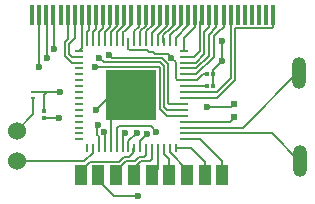
<source format=gbr>
G04 #@! TF.FileFunction,Copper,L1,Top,Signal*
%FSLAX46Y46*%
G04 Gerber Fmt 4.6, Leading zero omitted, Abs format (unit mm)*
G04 Created by KiCad (PCBNEW 4.0.5+dfsg1-4) date Sun Sep  3 17:00:26 2017*
%MOMM*%
%LPD*%
G01*
G04 APERTURE LIST*
%ADD10C,0.100000*%
%ADD11O,0.800000X0.250000*%
%ADD12O,0.250000X0.800000*%
%ADD13R,4.250000X4.250000*%
%ADD14R,0.985000X1.750000*%
%ADD15R,0.310000X1.750000*%
%ADD16R,0.300000X0.350000*%
%ADD17R,0.350000X0.300000*%
%ADD18R,0.430000X0.280000*%
%ADD19O,1.200000X2.700000*%
%ADD20C,1.524000*%
%ADD21R,0.500000X0.600000*%
%ADD22C,0.600000*%
%ADD23C,0.177800*%
G04 APERTURE END LIST*
D10*
D11*
X112075000Y-80750000D03*
X112075000Y-80250000D03*
X112075000Y-79750000D03*
X112075000Y-79250000D03*
X112075000Y-78750000D03*
X112075000Y-78250000D03*
X112075000Y-77750000D03*
X112075000Y-77250000D03*
X112075000Y-76750000D03*
X112075000Y-76250000D03*
X112075000Y-75750000D03*
X112075000Y-75250000D03*
X112075000Y-74750000D03*
X112075000Y-74250000D03*
X112075000Y-73750000D03*
X112075000Y-73250000D03*
D12*
X111350000Y-72525000D03*
X110850000Y-72525000D03*
X110350000Y-72525000D03*
X109850000Y-72525000D03*
X109350000Y-72525000D03*
X108850000Y-72525000D03*
X108350000Y-72525000D03*
X107850000Y-72525000D03*
X107350000Y-72525000D03*
X106850000Y-72525000D03*
X106350000Y-72525000D03*
X105850000Y-72525000D03*
X105350000Y-72525000D03*
X104850000Y-72525000D03*
X104350000Y-72525000D03*
X103850000Y-72525000D03*
D11*
X103125000Y-73250000D03*
X103125000Y-73750000D03*
X103125000Y-74250000D03*
X103125000Y-74750000D03*
X103125000Y-75250000D03*
X103125000Y-75750000D03*
X103125000Y-76250000D03*
X103125000Y-76750000D03*
X103125000Y-77250000D03*
X103125000Y-77750000D03*
X103125000Y-78250000D03*
X103125000Y-78750000D03*
X103125000Y-79250000D03*
X103125000Y-79750000D03*
X103125000Y-80250000D03*
X103125000Y-80750000D03*
D12*
X103850000Y-81475000D03*
X104350000Y-81475000D03*
X104850000Y-81475000D03*
X105350000Y-81475000D03*
X105850000Y-81475000D03*
X106350000Y-81475000D03*
X106850000Y-81475000D03*
X107350000Y-81475000D03*
X107850000Y-81475000D03*
X108350000Y-81475000D03*
X108850000Y-81475000D03*
X109350000Y-81475000D03*
X109850000Y-81475000D03*
X110350000Y-81475000D03*
X110850000Y-81475000D03*
X111350000Y-81475000D03*
D13*
X107600000Y-77000000D03*
D14*
X103300000Y-83800000D03*
X104800000Y-83800000D03*
X106300000Y-83800000D03*
X107800000Y-83800000D03*
X109300000Y-83800000D03*
X110800000Y-83800000D03*
X112300000Y-83800000D03*
X113800000Y-83800000D03*
X115300000Y-83800000D03*
D15*
X99200000Y-70200000D03*
X99800000Y-70200000D03*
X100400000Y-70200000D03*
X101000000Y-70200000D03*
X101600000Y-70200000D03*
X102200000Y-70200000D03*
X102800000Y-70200000D03*
X103400000Y-70200000D03*
X104000000Y-70200000D03*
X104600000Y-70200000D03*
X105200000Y-70200000D03*
X105800000Y-70200000D03*
X106400000Y-70200000D03*
X107000000Y-70200000D03*
X107600000Y-70200000D03*
X108200000Y-70200000D03*
X108800000Y-70200000D03*
X109400000Y-70200000D03*
X110000000Y-70200000D03*
X110600000Y-70200000D03*
X111200000Y-70200000D03*
X111800000Y-70200000D03*
X112400000Y-70200000D03*
X113000000Y-70200000D03*
X113600000Y-70200000D03*
X114200000Y-70200000D03*
X114800000Y-70200000D03*
X115400000Y-70200000D03*
X116000000Y-70200000D03*
X116600000Y-70200000D03*
X117200000Y-70200000D03*
X117800000Y-70200000D03*
X118400000Y-70200000D03*
X119000000Y-70200000D03*
X119600000Y-70200000D03*
D16*
X113973000Y-75224000D03*
X114533000Y-75224000D03*
D17*
X100156000Y-78347000D03*
X100156000Y-78907000D03*
D18*
X99292400Y-76716600D03*
X99292400Y-77236600D03*
D16*
X113973000Y-76240000D03*
X114533000Y-76240000D03*
D19*
X121900000Y-82600000D03*
X121800000Y-75100000D03*
D20*
X97870000Y-82590000D03*
X97870000Y-80050000D03*
D21*
X116285000Y-78822000D03*
X116285000Y-77722000D03*
D22*
X108157000Y-85511000D03*
X108943200Y-80304000D03*
X104601000Y-78272000D03*
X101426000Y-78907000D03*
X113999000Y-78018000D03*
X115269000Y-74135200D03*
X115269000Y-72430000D03*
X107600000Y-77000000D03*
X101553000Y-76748000D03*
X105283300Y-80100800D03*
X108030000Y-80214285D03*
X110957657Y-73820343D03*
X109695513Y-80106514D03*
X107072454Y-80214286D03*
X104753400Y-79516600D03*
X99775000Y-74589000D03*
X104474000Y-74589000D03*
X100410000Y-73827000D03*
X104855000Y-73827000D03*
X101045000Y-73065000D03*
X105739834Y-73641300D03*
D23*
X102200000Y-70200000D02*
X102200000Y-72296092D01*
X102200000Y-72296092D02*
X101959390Y-72536702D01*
X101959390Y-72536702D02*
X101959390Y-73665098D01*
X101959390Y-73665098D02*
X102544292Y-74250000D01*
X102544292Y-74250000D02*
X103125000Y-74250000D01*
X102315000Y-72684000D02*
X102315000Y-73517800D01*
X102315000Y-73517800D02*
X102547200Y-73750000D01*
X102547200Y-73750000D02*
X103125000Y-73750000D01*
X102800000Y-72199000D02*
X102315000Y-72684000D01*
X102800000Y-70200000D02*
X102800000Y-72199000D01*
X103400000Y-70200000D02*
X103400000Y-72975000D01*
X103400000Y-72975000D02*
X103125000Y-73250000D01*
X104000000Y-70200000D02*
X104000000Y-71507000D01*
X103850000Y-71657000D02*
X103850000Y-72525000D01*
X104000000Y-71507000D02*
X103850000Y-71657000D01*
X104600000Y-70200000D02*
X104600000Y-71415000D01*
X104350000Y-71665000D02*
X104350000Y-72525000D01*
X104600000Y-71415000D02*
X104350000Y-71665000D01*
X105200000Y-70200000D02*
X105200000Y-71317898D01*
X104850000Y-71667898D02*
X104850000Y-72525000D01*
X105200000Y-71317898D02*
X104850000Y-71667898D01*
X105800000Y-70200000D02*
X105800000Y-71220796D01*
X105350000Y-71670796D02*
X105350000Y-72525000D01*
X105800000Y-71220796D02*
X105350000Y-71670796D01*
X106400000Y-70200000D02*
X106400000Y-71123694D01*
X105850000Y-71673694D02*
X105850000Y-72525000D01*
X106400000Y-71123694D02*
X105850000Y-71673694D01*
X107000000Y-70200000D02*
X107000000Y-71026592D01*
X107000000Y-71026592D02*
X106350000Y-71676592D01*
X106350000Y-71676592D02*
X106350000Y-72525000D01*
X107600000Y-70200000D02*
X107600000Y-71082000D01*
X106850000Y-71679490D02*
X106850000Y-72525000D01*
X106937745Y-71591745D02*
X106850000Y-71679490D01*
X107090255Y-71591745D02*
X106937745Y-71591745D01*
X107600000Y-71082000D02*
X107090255Y-71591745D01*
X108200000Y-70200000D02*
X108200000Y-71244000D01*
X107850000Y-71594000D02*
X107850000Y-72525000D01*
X108200000Y-71244000D02*
X107850000Y-71594000D01*
X108800000Y-70200000D02*
X108800000Y-71152000D01*
X108350000Y-71602000D02*
X108350000Y-72525000D01*
X108800000Y-71152000D02*
X108350000Y-71602000D01*
X109400000Y-70200000D02*
X109400000Y-71060000D01*
X109400000Y-71060000D02*
X108850000Y-71610000D01*
X108850000Y-71610000D02*
X108850000Y-72525000D01*
X110000000Y-70200000D02*
X110000000Y-71095000D01*
X109350000Y-71745000D02*
X109350000Y-72525000D01*
X110000000Y-71095000D02*
X109350000Y-71745000D01*
X110600000Y-70200000D02*
X110600000Y-71130000D01*
X109808000Y-71922000D02*
X109808000Y-72483000D01*
X110600000Y-71130000D02*
X109808000Y-71922000D01*
X109808000Y-72483000D02*
X109850000Y-72525000D01*
X111200000Y-70200000D02*
X111200000Y-71032898D01*
X111200000Y-71032898D02*
X110951000Y-71281898D01*
X110951000Y-71281898D02*
X110313449Y-71919449D01*
X110313449Y-71919449D02*
X110313449Y-72488449D01*
X110313449Y-72488449D02*
X110350000Y-72525000D01*
X111800000Y-70200000D02*
X111800000Y-71073000D01*
X111800000Y-71073000D02*
X111400602Y-71472398D01*
X111400602Y-71472398D02*
X111273602Y-71472398D01*
X111273602Y-71472398D02*
X110850000Y-71896000D01*
X110850000Y-71896000D02*
X110850000Y-72525000D01*
X112400000Y-70200000D02*
X112400000Y-71108000D01*
X112400000Y-71108000D02*
X111350000Y-72158000D01*
X111350000Y-72158000D02*
X111350000Y-72525000D01*
X113000000Y-70200000D02*
X113000000Y-71252800D01*
X113000000Y-71252800D02*
X112075000Y-72177800D01*
X112075000Y-72177800D02*
X112075000Y-73250000D01*
X113421701Y-73261299D02*
X112933000Y-73750000D01*
X112933000Y-73750000D02*
X112075000Y-73750000D01*
X113600000Y-70200000D02*
X113600000Y-70670000D01*
X113600000Y-70670000D02*
X113421701Y-70848299D01*
X113421701Y-70848299D02*
X113421701Y-73261299D01*
X113777311Y-73540689D02*
X113068000Y-74250000D01*
X113068000Y-74250000D02*
X112075000Y-74250000D01*
X114200000Y-70200000D02*
X114200000Y-71252800D01*
X113777311Y-71675489D02*
X113777311Y-73540689D01*
X114200000Y-71252800D02*
X113777311Y-71675489D01*
X114800000Y-70200000D02*
X114800000Y-71248000D01*
X114800000Y-71248000D02*
X114132921Y-71915079D01*
X114132921Y-71915079D02*
X114132920Y-73687988D01*
X114132920Y-73687988D02*
X113070908Y-74750000D01*
X113070908Y-74750000D02*
X112075000Y-74750000D01*
X112075000Y-75250000D02*
X113073816Y-75250000D01*
X113073816Y-75250000D02*
X114558719Y-73765097D01*
X114558719Y-73765097D02*
X114558719Y-71992189D01*
X114558719Y-71992189D02*
X115155610Y-71395298D01*
X115155610Y-71395298D02*
X115257502Y-71395298D01*
X115257502Y-71395298D02*
X115400000Y-71252800D01*
X115400000Y-71252800D02*
X115400000Y-70200000D01*
X112075000Y-76750000D02*
X114828062Y-76750000D01*
X114828062Y-76750000D02*
X116000000Y-75578062D01*
X116000000Y-75578062D02*
X116000000Y-71252800D01*
X116000000Y-71252800D02*
X116000000Y-70200000D01*
X112075000Y-80250000D02*
X119510000Y-80250000D01*
X119510000Y-80250000D02*
X121820000Y-82560000D01*
X112075000Y-79750000D02*
X117030000Y-79750000D01*
X117030000Y-79750000D02*
X121720000Y-75060000D01*
X106980201Y-82234391D02*
X106556293Y-82658299D01*
X106556293Y-82658299D02*
X104059201Y-82658299D01*
X104059201Y-82658299D02*
X103300000Y-83417500D01*
X103300000Y-83417500D02*
X103300000Y-83800000D01*
X107850000Y-81475000D02*
X107804000Y-81475000D01*
X107804000Y-81475000D02*
X107741710Y-81537290D01*
X107741710Y-81537290D02*
X107741710Y-81912251D01*
X107741710Y-81912251D02*
X107419571Y-82234390D01*
X107419571Y-82234390D02*
X106980201Y-82234391D01*
X108157000Y-85511000D02*
X106128500Y-85511000D01*
X106128500Y-85511000D02*
X104800000Y-84182500D01*
X104800000Y-84182500D02*
X104800000Y-83800000D01*
X108350000Y-81475000D02*
X108350000Y-80897200D01*
X108350000Y-80897200D02*
X108943200Y-80304000D01*
X107908092Y-82590000D02*
X107127500Y-82590000D01*
X107127500Y-82590000D02*
X106300000Y-83417500D01*
X106300000Y-83417500D02*
X106300000Y-83800000D01*
X108263701Y-82234391D02*
X107908092Y-82590000D01*
X108850000Y-81475000D02*
X108850000Y-82052800D01*
X108850000Y-82052800D02*
X108668410Y-82234390D01*
X108668410Y-82234390D02*
X108263701Y-82234391D01*
X109350000Y-81475000D02*
X109350000Y-82413000D01*
X108411000Y-82590000D02*
X107800000Y-83201000D01*
X109173000Y-82590000D02*
X108411000Y-82590000D01*
X109350000Y-82413000D02*
X109173000Y-82590000D01*
X107800000Y-83201000D02*
X107800000Y-83800000D01*
X109850000Y-81475000D02*
X109850000Y-83250000D01*
X109850000Y-83250000D02*
X109300000Y-83800000D01*
X109350000Y-83750000D02*
X109300000Y-83800000D01*
X109300000Y-83800000D02*
X109300000Y-83098000D01*
X110800000Y-83800000D02*
X110800000Y-82439000D01*
X110350000Y-81989000D02*
X110350000Y-81475000D01*
X110800000Y-82439000D02*
X110350000Y-81989000D01*
X110850000Y-81475000D02*
X110850000Y-81854000D01*
X110850000Y-81854000D02*
X112300000Y-83304000D01*
X112300000Y-83304000D02*
X112300000Y-83800000D01*
X111350000Y-81475000D02*
X112630000Y-81475000D01*
X113800000Y-82645000D02*
X113800000Y-83800000D01*
X112630000Y-81475000D02*
X113800000Y-82645000D01*
X112075000Y-80750000D02*
X113429000Y-80750000D01*
X115300000Y-82621000D02*
X115300000Y-83800000D01*
X113429000Y-80750000D02*
X115300000Y-82621000D01*
X113999000Y-78018000D02*
X115989000Y-78018000D01*
X115989000Y-78018000D02*
X116285000Y-77722000D01*
X104601000Y-78272000D02*
X105873000Y-77000000D01*
X105873000Y-77000000D02*
X107600000Y-77000000D01*
X100156000Y-78907000D02*
X101426000Y-78907000D01*
X114533000Y-75224000D02*
X114533000Y-74871200D01*
X114533000Y-74871200D02*
X115269000Y-74135200D01*
X115269000Y-74135200D02*
X115269000Y-72854264D01*
X115269000Y-72854264D02*
X115269000Y-72430000D01*
X114533000Y-76240000D02*
X114533000Y-75224000D01*
X105850000Y-81475000D02*
X105850000Y-78750000D01*
X105850000Y-78750000D02*
X107600000Y-77000000D01*
X99292400Y-76716600D02*
X100410000Y-76716600D01*
X100410000Y-76716600D02*
X101521600Y-76716600D01*
X100156000Y-78347000D02*
X100156000Y-76970600D01*
X100156000Y-76970600D02*
X100410000Y-76716600D01*
X101521600Y-76716600D02*
X101553000Y-76748000D01*
X105350000Y-81475000D02*
X105350000Y-80167500D01*
X105350000Y-80167500D02*
X105283300Y-80100800D01*
X107350000Y-81475000D02*
X107350000Y-80894285D01*
X107350000Y-80894285D02*
X108030000Y-80214285D01*
X109066200Y-73319000D02*
X109427000Y-73319000D01*
X109427000Y-73319000D02*
X109604780Y-73496780D01*
X110657658Y-73520344D02*
X110957657Y-73820343D01*
X109604780Y-73496780D02*
X110634094Y-73496780D01*
X110634094Y-73496780D02*
X110657658Y-73520344D01*
X111332000Y-75584800D02*
X111332000Y-74194686D01*
X111332000Y-74194686D02*
X110957657Y-73820343D01*
X112983000Y-75750000D02*
X113076724Y-75750000D01*
X113119200Y-75750000D02*
X113645200Y-75224000D01*
X112075000Y-75750000D02*
X112983000Y-75750000D01*
X112983000Y-75750000D02*
X113119200Y-75750000D01*
X113645200Y-75224000D02*
X113973000Y-75224000D01*
X109066200Y-73319000D02*
X108938910Y-73191710D01*
X111497200Y-75750000D02*
X111332000Y-75584800D01*
X112075000Y-75750000D02*
X111497200Y-75750000D01*
X107438910Y-73191710D02*
X107350000Y-73102800D01*
X108938910Y-73191710D02*
X107438910Y-73191710D01*
X107350000Y-73102800D02*
X107350000Y-72525000D01*
X112093000Y-75732000D02*
X112075000Y-75750000D01*
X106416700Y-79796000D02*
X106565115Y-79647585D01*
X106565115Y-79647585D02*
X109236584Y-79647585D01*
X109236584Y-79647585D02*
X109695513Y-80106514D01*
X106350000Y-81475000D02*
X106350000Y-79862700D01*
X106350000Y-79862700D02*
X106416700Y-79796000D01*
X106850000Y-81475000D02*
X106850000Y-80436740D01*
X106850000Y-80436740D02*
X107072454Y-80214286D01*
X104350000Y-81475000D02*
X104350000Y-81864592D01*
X104350000Y-81864592D02*
X103624592Y-82590000D01*
X103624592Y-82590000D02*
X98947630Y-82590000D01*
X98947630Y-82590000D02*
X97870000Y-82590000D01*
X99292400Y-77236600D02*
X99292400Y-78627600D01*
X99292400Y-78627600D02*
X97870000Y-80050000D01*
X104850000Y-81475000D02*
X104850000Y-80506218D01*
X104850000Y-80506218D02*
X104716599Y-80372817D01*
X104716599Y-80372817D02*
X104716599Y-79553401D01*
X104716599Y-79553401D02*
X104753400Y-79516600D01*
X99775000Y-74589000D02*
X99775000Y-70225000D01*
X99775000Y-70225000D02*
X99800000Y-70200000D01*
X109991701Y-78161639D02*
X109991701Y-74661639D01*
X109991701Y-74661639D02*
X109919062Y-74589000D01*
X109919062Y-74589000D02*
X104474000Y-74589000D01*
X112075000Y-78750000D02*
X110580062Y-78750000D01*
X110580062Y-78750000D02*
X109991701Y-78161639D01*
X100410000Y-73827000D02*
X100410000Y-70210000D01*
X100410000Y-70210000D02*
X100400000Y-70200000D01*
X110040970Y-74208000D02*
X105236000Y-74208000D01*
X105236000Y-74208000D02*
X104855000Y-73827000D01*
X110347311Y-74514341D02*
X110040970Y-74208000D01*
X110582970Y-78250000D02*
X110347311Y-78014341D01*
X110347311Y-78014341D02*
X110347311Y-74514341D01*
X112075000Y-78250000D02*
X110582970Y-78250000D01*
X101045000Y-73065000D02*
X101045000Y-70245000D01*
X101045000Y-70245000D02*
X101000000Y-70200000D01*
X110188268Y-73852390D02*
X105950924Y-73852390D01*
X105950924Y-73852390D02*
X105739834Y-73641300D01*
X110815921Y-77750000D02*
X110702921Y-77637000D01*
X110702921Y-77637000D02*
X110702920Y-74367042D01*
X110702920Y-74367042D02*
X110188268Y-73852390D01*
X112075000Y-77750000D02*
X110815921Y-77750000D01*
X112075000Y-76250000D02*
X113963000Y-76250000D01*
X113963000Y-76250000D02*
X113973000Y-76240000D01*
X112075000Y-77250000D02*
X114830970Y-77250000D01*
X116357299Y-71341701D02*
X119511099Y-71341701D01*
X114830970Y-77250000D02*
X116355610Y-75725360D01*
X116355610Y-75725360D02*
X116355610Y-71343390D01*
X116355610Y-71343390D02*
X116357299Y-71341701D01*
X119511099Y-71341701D02*
X119600000Y-71252800D01*
X119600000Y-71252800D02*
X119600000Y-70200000D01*
X112075000Y-79250000D02*
X115942000Y-79250000D01*
X115942000Y-79250000D02*
X116285000Y-78907000D01*
X116285000Y-78907000D02*
X116285000Y-78822000D01*
M02*

</source>
